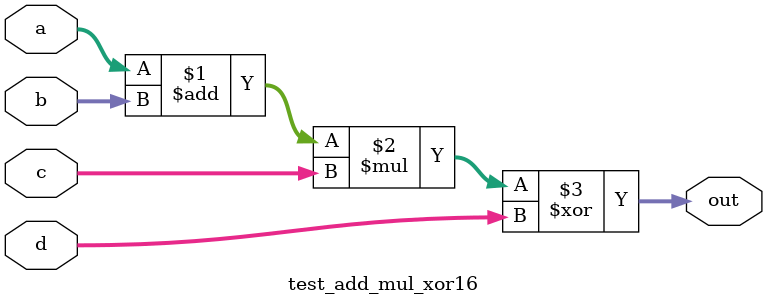
<source format=v>
module test_add_mul_xor16(	// file.cleaned.mlir:2:3
  input  [15:0] a,	// file.cleaned.mlir:2:36
                b,	// file.cleaned.mlir:2:49
                c,	// file.cleaned.mlir:2:62
                d,	// file.cleaned.mlir:2:75
  output [15:0] out	// file.cleaned.mlir:2:89
);

  assign out = (a + b) * c ^ d;	// file.cleaned.mlir:3:10, :4:10, :5:10, :6:5
endmodule


</source>
